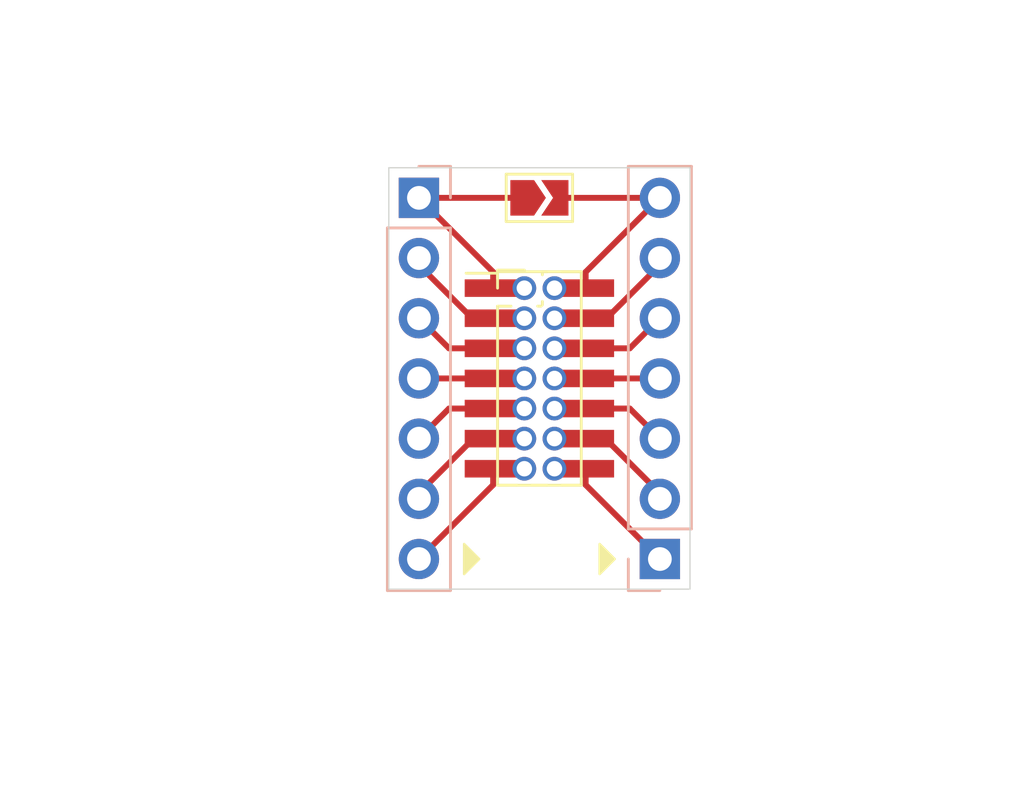
<source format=kicad_pcb>
(kicad_pcb (version 20171130) (host pcbnew "(5.1.8)-1")

  (general
    (thickness 1.6)
    (drawings 14)
    (tracks 45)
    (zones 0)
    (modules 5)
    (nets 16)
  )

  (page A4)
  (layers
    (0 F.Cu signal)
    (31 B.Cu signal)
    (32 B.Adhes user)
    (33 F.Adhes user)
    (34 B.Paste user)
    (35 F.Paste user)
    (36 B.SilkS user)
    (37 F.SilkS user)
    (38 B.Mask user)
    (39 F.Mask user)
    (40 Dwgs.User user)
    (41 Cmts.User user)
    (42 Eco1.User user)
    (43 Eco2.User user)
    (44 Edge.Cuts user)
    (45 Margin user)
    (46 B.CrtYd user)
    (47 F.CrtYd user)
    (48 B.Fab user)
    (49 F.Fab user)
  )

  (setup
    (last_trace_width 0.25)
    (trace_clearance 0.2)
    (zone_clearance 0.508)
    (zone_45_only no)
    (trace_min 0.2)
    (via_size 0.8)
    (via_drill 0.4)
    (via_min_size 0.4)
    (via_min_drill 0.3)
    (uvia_size 0.3)
    (uvia_drill 0.1)
    (uvias_allowed no)
    (uvia_min_size 0.2)
    (uvia_min_drill 0.1)
    (edge_width 0.05)
    (segment_width 0.2)
    (pcb_text_width 0.3)
    (pcb_text_size 1.5 1.5)
    (mod_edge_width 0.12)
    (mod_text_size 1 1)
    (mod_text_width 0.15)
    (pad_size 1 1)
    (pad_drill 0.65)
    (pad_to_mask_clearance 0)
    (aux_axis_origin 0 0)
    (visible_elements 7FFFFFFF)
    (pcbplotparams
      (layerselection 0x010fc_ffffffff)
      (usegerberextensions false)
      (usegerberattributes true)
      (usegerberadvancedattributes true)
      (creategerberjobfile true)
      (excludeedgelayer true)
      (linewidth 0.100000)
      (plotframeref false)
      (viasonmask false)
      (mode 1)
      (useauxorigin false)
      (hpglpennumber 1)
      (hpglpenspeed 20)
      (hpglpendiameter 15.000000)
      (psnegative false)
      (psa4output false)
      (plotreference true)
      (plotvalue true)
      (plotinvisibletext false)
      (padsonsilk false)
      (subtractmaskfromsilk false)
      (outputformat 1)
      (mirror false)
      (drillshape 1)
      (scaleselection 1)
      (outputdirectory ""))
  )

  (net 0 "")
  (net 1 TX)
  (net 2 RX)
  (net 3 NRST)
  (net 4 GND_detect)
  (net 5 JTDI_NC)
  (net 6 JRCLK_NC)
  (net 7 JTDO_SWO)
  (net 8 GND)
  (net 9 JCLK_SWDCLK)
  (net 10 JTMS_SWDIO)
  (net 11 Vref)
  (net 12 "Net-(J1-Pad2)")
  (net 13 "Net-(J1-Pad1)")
  (net 14 "Net-(J3-Pad1)")
  (net 15 "Net-(J4-Pad7)")

  (net_class Default "This is the default net class."
    (clearance 0.2)
    (trace_width 0.25)
    (via_dia 0.8)
    (via_drill 0.4)
    (uvia_dia 0.3)
    (uvia_drill 0.1)
    (add_net GND)
    (add_net GND_detect)
    (add_net JCLK_SWDCLK)
    (add_net JRCLK_NC)
    (add_net JTDI_NC)
    (add_net JTDO_SWO)
    (add_net JTMS_SWDIO)
    (add_net NRST)
    (add_net "Net-(J1-Pad1)")
    (add_net "Net-(J1-Pad2)")
    (add_net "Net-(J3-Pad1)")
    (add_net "Net-(J4-Pad7)")
    (add_net RX)
    (add_net TX)
    (add_net Vref)
  )

  (module Connector_PinHeader_2.54mm:PinHeader_1x07_P2.54mm_Vertical (layer B.Cu) (tedit 5FE1F7D1) (tstamp 5FE26BC8)
    (at 133.985 92.075)
    (descr "Through hole straight pin header, 1x07, 2.54mm pitch, single row")
    (tags "Through hole pin header THT 1x07 2.54mm single row")
    (path /5FE37377)
    (fp_text reference J4 (at 0 2.33) (layer B.SilkS) hide
      (effects (font (size 1 1) (thickness 0.15)) (justify mirror))
    )
    (fp_text value 2 (at 0 -17.57) (layer B.Fab)
      (effects (font (size 1 1) (thickness 0.15)) (justify mirror))
    )
    (fp_text user %R (at 0 -7.62 -90) (layer B.Fab)
      (effects (font (size 1 1) (thickness 0.15)) (justify mirror))
    )
    (fp_line (start -0.635 1.27) (end 1.27 1.27) (layer B.Fab) (width 0.1))
    (fp_line (start 1.27 1.27) (end 1.27 -16.51) (layer B.Fab) (width 0.1))
    (fp_line (start 1.27 -16.51) (end -1.27 -16.51) (layer B.Fab) (width 0.1))
    (fp_line (start -1.27 -16.51) (end -1.27 0.635) (layer B.Fab) (width 0.1))
    (fp_line (start -1.27 0.635) (end -0.635 1.27) (layer B.Fab) (width 0.1))
    (fp_line (start -1.33 -16.57) (end 1.33 -16.57) (layer B.SilkS) (width 0.12))
    (fp_line (start -1.33 -1.27) (end -1.33 -16.57) (layer B.SilkS) (width 0.12))
    (fp_line (start 1.33 -1.27) (end 1.33 -16.57) (layer B.SilkS) (width 0.12))
    (fp_line (start -1.33 -1.27) (end 1.33 -1.27) (layer B.SilkS) (width 0.12))
    (fp_line (start -1.33 0) (end -1.33 1.33) (layer B.SilkS) (width 0.12))
    (fp_line (start -1.33 1.33) (end 0 1.33) (layer B.SilkS) (width 0.12))
    (fp_line (start -1.8 1.8) (end -1.8 -17.05) (layer B.CrtYd) (width 0.05))
    (fp_line (start -1.8 -17.05) (end 1.8 -17.05) (layer B.CrtYd) (width 0.05))
    (fp_line (start 1.8 -17.05) (end 1.8 1.8) (layer B.CrtYd) (width 0.05))
    (fp_line (start 1.8 1.8) (end -1.8 1.8) (layer B.CrtYd) (width 0.05))
    (pad 7 thru_hole oval (at 0 -15.24) (size 1.7 1.7) (drill 1) (layers *.Cu *.Mask)
      (net 12 "Net-(J1-Pad2)"))
    (pad 6 thru_hole oval (at 0 -12.7) (size 1.7 1.7) (drill 1) (layers *.Cu *.Mask)
      (net 10 JTMS_SWDIO))
    (pad 5 thru_hole oval (at 0 -10.16) (size 1.7 1.7) (drill 1) (layers *.Cu *.Mask)
      (net 9 JCLK_SWDCLK))
    (pad 4 thru_hole oval (at 0 -7.62) (size 1.7 1.7) (drill 1) (layers *.Cu *.Mask)
      (net 7 JTDO_SWO))
    (pad 3 thru_hole oval (at 0 -5.08) (size 1.7 1.7) (drill 1) (layers *.Cu *.Mask)
      (net 5 JTDI_NC))
    (pad 2 thru_hole oval (at 0 -2.54) (size 1.7 1.7) (drill 1) (layers *.Cu *.Mask)
      (net 3 NRST))
    (pad 1 thru_hole rect (at 0 0) (size 1.7 1.7) (drill 1) (layers *.Cu *.Mask)
      (net 1 TX))
    (model ${KISYS3DMOD}/Connector_PinHeader_2.54mm.3dshapes/PinHeader_1x07_P2.54mm_Vertical.wrl
      (at (xyz 0 0 0))
      (scale (xyz 1 1 1))
      (rotate (xyz 0 0 0))
    )
  )

  (module Connector_PinHeader_2.54mm:PinHeader_1x07_P2.54mm_Vertical (layer B.Cu) (tedit 5FE1F7DA) (tstamp 5FE26BAD)
    (at 123.825 76.835 180)
    (descr "Through hole straight pin header, 1x07, 2.54mm pitch, single row")
    (tags "Through hole pin header THT 1x07 2.54mm single row")
    (path /5FE36E01)
    (fp_text reference J3 (at 0 2.33) (layer B.SilkS) hide
      (effects (font (size 1 1) (thickness 0.15)) (justify mirror))
    )
    (fp_text value 1 (at 0 -17.57) (layer B.Fab)
      (effects (font (size 1 1) (thickness 0.15)) (justify mirror))
    )
    (fp_text user %R (at 0 -7.62 270) (layer B.Fab)
      (effects (font (size 1 1) (thickness 0.15)) (justify mirror))
    )
    (fp_line (start -0.635 1.27) (end 1.27 1.27) (layer B.Fab) (width 0.1))
    (fp_line (start 1.27 1.27) (end 1.27 -16.51) (layer B.Fab) (width 0.1))
    (fp_line (start 1.27 -16.51) (end -1.27 -16.51) (layer B.Fab) (width 0.1))
    (fp_line (start -1.27 -16.51) (end -1.27 0.635) (layer B.Fab) (width 0.1))
    (fp_line (start -1.27 0.635) (end -0.635 1.27) (layer B.Fab) (width 0.1))
    (fp_line (start -1.33 -16.57) (end 1.33 -16.57) (layer B.SilkS) (width 0.12))
    (fp_line (start -1.33 -1.27) (end -1.33 -16.57) (layer B.SilkS) (width 0.12))
    (fp_line (start 1.33 -1.27) (end 1.33 -16.57) (layer B.SilkS) (width 0.12))
    (fp_line (start -1.33 -1.27) (end 1.33 -1.27) (layer B.SilkS) (width 0.12))
    (fp_line (start -1.33 0) (end -1.33 1.33) (layer B.SilkS) (width 0.12))
    (fp_line (start -1.33 1.33) (end 0 1.33) (layer B.SilkS) (width 0.12))
    (fp_line (start -1.8 1.8) (end -1.8 -17.05) (layer B.CrtYd) (width 0.05))
    (fp_line (start -1.8 -17.05) (end 1.8 -17.05) (layer B.CrtYd) (width 0.05))
    (fp_line (start 1.8 -17.05) (end 1.8 1.8) (layer B.CrtYd) (width 0.05))
    (fp_line (start 1.8 1.8) (end -1.8 1.8) (layer B.CrtYd) (width 0.05))
    (pad 7 thru_hole oval (at 0 -15.24 180) (size 1.7 1.7) (drill 1) (layers *.Cu *.Mask)
      (net 2 RX))
    (pad 6 thru_hole oval (at 0 -12.7 180) (size 1.7 1.7) (drill 1) (layers *.Cu *.Mask)
      (net 4 GND_detect))
    (pad 5 thru_hole oval (at 0 -10.16 180) (size 1.7 1.7) (drill 1) (layers *.Cu *.Mask)
      (net 6 JRCLK_NC))
    (pad 4 thru_hole oval (at 0 -7.62 180) (size 1.7 1.7) (drill 1) (layers *.Cu *.Mask)
      (net 8 GND))
    (pad 3 thru_hole oval (at 0 -5.08 180) (size 1.7 1.7) (drill 1) (layers *.Cu *.Mask)
      (net 8 GND))
    (pad 2 thru_hole oval (at 0 -2.54 180) (size 1.7 1.7) (drill 1) (layers *.Cu *.Mask)
      (net 11 Vref))
    (pad 1 thru_hole rect (at 0 0 180) (size 1.7 1.7) (drill 1) (layers *.Cu *.Mask)
      (net 13 "Net-(J1-Pad1)"))
    (model ${KISYS3DMOD}/Connector_PinHeader_2.54mm.3dshapes/PinHeader_1x07_P2.54mm_Vertical.wrl
      (at (xyz 0 0 0))
      (scale (xyz 1 1 1))
      (rotate (xyz 0 0 0))
    )
  )

  (module Jumper:SolderJumper-2_P1.3mm_Open_TrianglePad1.0x1.5mm (layer F.Cu) (tedit 5FE1F36A) (tstamp 5FE2591F)
    (at 128.905 76.835)
    (descr "SMD Solder Jumper, 1x1.5mm Triangular Pads, 0.3mm gap, open")
    (tags "solder jumper open")
    (path /5FE2B60A)
    (attr virtual)
    (fp_text reference JP1 (at 0 -1.8) (layer F.SilkS) hide
      (effects (font (size 1 1) (thickness 0.15)))
    )
    (fp_text value Reserved (at 0 1.9) (layer F.Fab)
      (effects (font (size 1 1) (thickness 0.15)))
    )
    (fp_line (start -1.4 1) (end -1.4 -1) (layer F.SilkS) (width 0.12))
    (fp_line (start 1.4 1) (end -1.4 1) (layer F.SilkS) (width 0.12))
    (fp_line (start 1.4 -1) (end 1.4 1) (layer F.SilkS) (width 0.12))
    (fp_line (start -1.4 -1) (end 1.4 -1) (layer F.SilkS) (width 0.12))
    (fp_line (start -1.65 -1.25) (end 1.65 -1.25) (layer F.CrtYd) (width 0.05))
    (fp_line (start -1.65 -1.25) (end -1.65 1.25) (layer F.CrtYd) (width 0.05))
    (fp_line (start 1.65 1.25) (end 1.65 -1.25) (layer F.CrtYd) (width 0.05))
    (fp_line (start 1.65 1.25) (end -1.65 1.25) (layer F.CrtYd) (width 0.05))
    (pad 1 smd custom (at -0.725 0) (size 0.3 0.3) (layers F.Cu F.Mask)
      (net 14 "Net-(J3-Pad1)") (zone_connect 2)
      (options (clearance outline) (anchor rect))
      (primitives
        (gr_poly (pts
           (xy -0.5 -0.75) (xy 0.5 -0.75) (xy 1 0) (xy 0.5 0.75) (xy -0.5 0.75)
) (width 0))
      ))
    (pad 2 smd custom (at 0.725 0) (size 0.3 0.3) (layers F.Cu F.Mask)
      (net 15 "Net-(J4-Pad7)") (zone_connect 2)
      (options (clearance outline) (anchor rect))
      (primitives
        (gr_poly (pts
           (xy -0.65 -0.75) (xy 0.5 -0.75) (xy 0.5 0.75) (xy -0.65 0.75) (xy -0.15 0)
) (width 0))
      ))
  )

  (module Connector_PinHeader_1.27mm:PinHeader_2x07_P1.27mm_Vertical (layer F.Cu) (tedit 5FE1F7F5) (tstamp 5FE24DE4)
    (at 128.27 80.645)
    (descr "Through hole straight pin header, 2x07, 1.27mm pitch, double rows")
    (tags "Through hole pin header THT 2x07 1.27mm double row")
    (path /5FE27470)
    (fp_text reference J2 (at 0.635 -1.695) (layer F.SilkS) hide
      (effects (font (size 1 1) (thickness 0.15)))
    )
    (fp_text value STDC14_THT (at 0.635 9.315) (layer F.Fab)
      (effects (font (size 1 1) (thickness 0.15)))
    )
    (fp_line (start 2.85 -1.15) (end -1.6 -1.15) (layer F.CrtYd) (width 0.05))
    (fp_line (start 2.85 8.8) (end 2.85 -1.15) (layer F.CrtYd) (width 0.05))
    (fp_line (start -1.6 8.8) (end 2.85 8.8) (layer F.CrtYd) (width 0.05))
    (fp_line (start -1.6 -1.15) (end -1.6 8.8) (layer F.CrtYd) (width 0.05))
    (fp_line (start -1.13 -0.76) (end 0 -0.76) (layer F.SilkS) (width 0.12))
    (fp_line (start -1.13 0) (end -1.13 -0.76) (layer F.SilkS) (width 0.12))
    (fp_line (start 1.57753 -0.695) (end 2.4 -0.695) (layer F.SilkS) (width 0.12))
    (fp_line (start 0.76 -0.695) (end 0.96247 -0.695) (layer F.SilkS) (width 0.12))
    (fp_line (start 0.76 -0.563471) (end 0.76 -0.695) (layer F.SilkS) (width 0.12))
    (fp_line (start 0.76 0.706529) (end 0.76 0.563471) (layer F.SilkS) (width 0.12))
    (fp_line (start 0.563471 0.76) (end 0.706529 0.76) (layer F.SilkS) (width 0.12))
    (fp_line (start -1.13 0.76) (end -0.563471 0.76) (layer F.SilkS) (width 0.12))
    (fp_line (start 2.4 -0.695) (end 2.4 8.315) (layer F.SilkS) (width 0.12))
    (fp_line (start -1.13 0.76) (end -1.13 8.315) (layer F.SilkS) (width 0.12))
    (fp_line (start 0.30753 8.315) (end 0.96247 8.315) (layer F.SilkS) (width 0.12))
    (fp_line (start 1.57753 8.315) (end 2.4 8.315) (layer F.SilkS) (width 0.12))
    (fp_line (start -1.13 8.315) (end -0.30753 8.315) (layer F.SilkS) (width 0.12))
    (fp_line (start -1.07 0.2175) (end -0.2175 -0.635) (layer F.Fab) (width 0.1))
    (fp_line (start -1.07 8.255) (end -1.07 0.2175) (layer F.Fab) (width 0.1))
    (fp_line (start 2.34 8.255) (end -1.07 8.255) (layer F.Fab) (width 0.1))
    (fp_line (start 2.34 -0.635) (end 2.34 8.255) (layer F.Fab) (width 0.1))
    (fp_line (start -0.2175 -0.635) (end 2.34 -0.635) (layer F.Fab) (width 0.1))
    (fp_text user %R (at 0.635 3.81 90) (layer F.Fab)
      (effects (font (size 1 1) (thickness 0.15)))
    )
    (pad 14 thru_hole oval (at 1.27 7.62) (size 1 1) (drill 0.65) (layers *.Cu *.Mask)
      (net 1 TX))
    (pad 13 thru_hole oval (at 0 7.62) (size 1 1) (drill 0.65) (layers *.Cu *.Mask)
      (net 2 RX))
    (pad 12 thru_hole oval (at 1.27 6.35) (size 1 1) (drill 0.65) (layers *.Cu *.Mask)
      (net 3 NRST))
    (pad 11 thru_hole oval (at 0 6.35) (size 1 1) (drill 0.65) (layers *.Cu *.Mask)
      (net 4 GND_detect))
    (pad 10 thru_hole oval (at 1.27 5.08) (size 1 1) (drill 0.65) (layers *.Cu *.Mask)
      (net 5 JTDI_NC))
    (pad 9 thru_hole oval (at 0 5.08) (size 1 1) (drill 0.65) (layers *.Cu *.Mask)
      (net 6 JRCLK_NC))
    (pad 8 thru_hole oval (at 1.27 3.81) (size 1 1) (drill 0.65) (layers *.Cu *.Mask)
      (net 7 JTDO_SWO))
    (pad 7 thru_hole oval (at 0 3.81) (size 1 1) (drill 0.65) (layers *.Cu *.Mask)
      (net 8 GND))
    (pad 6 thru_hole oval (at 1.27 2.54) (size 1 1) (drill 0.65) (layers *.Cu *.Mask)
      (net 9 JCLK_SWDCLK))
    (pad 5 thru_hole oval (at 0 2.54) (size 1 1) (drill 0.65) (layers *.Cu *.Mask)
      (net 8 GND))
    (pad 4 thru_hole oval (at 1.27 1.27) (size 1 1) (drill 0.65) (layers *.Cu *.Mask)
      (net 10 JTMS_SWDIO))
    (pad 3 thru_hole oval (at 0 1.27) (size 1 1) (drill 0.65) (layers *.Cu *.Mask)
      (net 11 Vref))
    (pad 2 thru_hole oval (at 1.27 0) (size 1 1) (drill 0.65) (layers *.Cu *.Mask)
      (net 12 "Net-(J1-Pad2)"))
    (pad 1 thru_hole circle (at 0 0) (size 1 1) (drill 0.65) (layers *.Cu *.Mask)
      (net 13 "Net-(J1-Pad1)"))
    (model ${KISYS3DMOD}/Connector_PinHeader_1.27mm.3dshapes/PinHeader_2x07_P1.27mm_Vertical.wrl
      (at (xyz 0 0 0))
      (scale (xyz 1 1 1))
      (rotate (xyz 0 0 0))
    )
  )

  (module Connector_PinHeader_1.27mm:PinHeader_2x07_P1.27mm_Vertical_SMD (layer F.Cu) (tedit 59FED6E3) (tstamp 5FE24DBB)
    (at 128.905 84.455)
    (descr "surface-mounted straight pin header, 2x07, 1.27mm pitch, double rows")
    (tags "Surface mounted pin header SMD 2x07 1.27mm double row")
    (path /5FE1EFCC)
    (attr smd)
    (fp_text reference J1 (at 0 -5.505) (layer F.SilkS) hide
      (effects (font (size 1 1) (thickness 0.15)))
    )
    (fp_text value STDC14_SMD (at 0 5.505) (layer F.Fab)
      (effects (font (size 1 1) (thickness 0.15)))
    )
    (fp_line (start 4.3 -4.95) (end -4.3 -4.95) (layer F.CrtYd) (width 0.05))
    (fp_line (start 4.3 4.95) (end 4.3 -4.95) (layer F.CrtYd) (width 0.05))
    (fp_line (start -4.3 4.95) (end 4.3 4.95) (layer F.CrtYd) (width 0.05))
    (fp_line (start -4.3 -4.95) (end -4.3 4.95) (layer F.CrtYd) (width 0.05))
    (fp_line (start 1.765 4.44) (end 1.765 4.505) (layer F.SilkS) (width 0.12))
    (fp_line (start -1.765 4.44) (end -1.765 4.505) (layer F.SilkS) (width 0.12))
    (fp_line (start 1.765 -4.505) (end 1.765 -4.44) (layer F.SilkS) (width 0.12))
    (fp_line (start -1.765 -4.505) (end -1.765 -4.44) (layer F.SilkS) (width 0.12))
    (fp_line (start -3.09 -4.44) (end -1.765 -4.44) (layer F.SilkS) (width 0.12))
    (fp_line (start -1.765 4.505) (end 1.765 4.505) (layer F.SilkS) (width 0.12))
    (fp_line (start -1.765 -4.505) (end 1.765 -4.505) (layer F.SilkS) (width 0.12))
    (fp_line (start 2.75 4.01) (end 1.705 4.01) (layer F.Fab) (width 0.1))
    (fp_line (start 2.75 3.61) (end 2.75 4.01) (layer F.Fab) (width 0.1))
    (fp_line (start 1.705 3.61) (end 2.75 3.61) (layer F.Fab) (width 0.1))
    (fp_line (start -2.75 4.01) (end -1.705 4.01) (layer F.Fab) (width 0.1))
    (fp_line (start -2.75 3.61) (end -2.75 4.01) (layer F.Fab) (width 0.1))
    (fp_line (start -1.705 3.61) (end -2.75 3.61) (layer F.Fab) (width 0.1))
    (fp_line (start 2.75 2.74) (end 1.705 2.74) (layer F.Fab) (width 0.1))
    (fp_line (start 2.75 2.34) (end 2.75 2.74) (layer F.Fab) (width 0.1))
    (fp_line (start 1.705 2.34) (end 2.75 2.34) (layer F.Fab) (width 0.1))
    (fp_line (start -2.75 2.74) (end -1.705 2.74) (layer F.Fab) (width 0.1))
    (fp_line (start -2.75 2.34) (end -2.75 2.74) (layer F.Fab) (width 0.1))
    (fp_line (start -1.705 2.34) (end -2.75 2.34) (layer F.Fab) (width 0.1))
    (fp_line (start 2.75 1.47) (end 1.705 1.47) (layer F.Fab) (width 0.1))
    (fp_line (start 2.75 1.07) (end 2.75 1.47) (layer F.Fab) (width 0.1))
    (fp_line (start 1.705 1.07) (end 2.75 1.07) (layer F.Fab) (width 0.1))
    (fp_line (start -2.75 1.47) (end -1.705 1.47) (layer F.Fab) (width 0.1))
    (fp_line (start -2.75 1.07) (end -2.75 1.47) (layer F.Fab) (width 0.1))
    (fp_line (start -1.705 1.07) (end -2.75 1.07) (layer F.Fab) (width 0.1))
    (fp_line (start 2.75 0.2) (end 1.705 0.2) (layer F.Fab) (width 0.1))
    (fp_line (start 2.75 -0.2) (end 2.75 0.2) (layer F.Fab) (width 0.1))
    (fp_line (start 1.705 -0.2) (end 2.75 -0.2) (layer F.Fab) (width 0.1))
    (fp_line (start -2.75 0.2) (end -1.705 0.2) (layer F.Fab) (width 0.1))
    (fp_line (start -2.75 -0.2) (end -2.75 0.2) (layer F.Fab) (width 0.1))
    (fp_line (start -1.705 -0.2) (end -2.75 -0.2) (layer F.Fab) (width 0.1))
    (fp_line (start 2.75 -1.07) (end 1.705 -1.07) (layer F.Fab) (width 0.1))
    (fp_line (start 2.75 -1.47) (end 2.75 -1.07) (layer F.Fab) (width 0.1))
    (fp_line (start 1.705 -1.47) (end 2.75 -1.47) (layer F.Fab) (width 0.1))
    (fp_line (start -2.75 -1.07) (end -1.705 -1.07) (layer F.Fab) (width 0.1))
    (fp_line (start -2.75 -1.47) (end -2.75 -1.07) (layer F.Fab) (width 0.1))
    (fp_line (start -1.705 -1.47) (end -2.75 -1.47) (layer F.Fab) (width 0.1))
    (fp_line (start 2.75 -2.34) (end 1.705 -2.34) (layer F.Fab) (width 0.1))
    (fp_line (start 2.75 -2.74) (end 2.75 -2.34) (layer F.Fab) (width 0.1))
    (fp_line (start 1.705 -2.74) (end 2.75 -2.74) (layer F.Fab) (width 0.1))
    (fp_line (start -2.75 -2.34) (end -1.705 -2.34) (layer F.Fab) (width 0.1))
    (fp_line (start -2.75 -2.74) (end -2.75 -2.34) (layer F.Fab) (width 0.1))
    (fp_line (start -1.705 -2.74) (end -2.75 -2.74) (layer F.Fab) (width 0.1))
    (fp_line (start 2.75 -3.61) (end 1.705 -3.61) (layer F.Fab) (width 0.1))
    (fp_line (start 2.75 -4.01) (end 2.75 -3.61) (layer F.Fab) (width 0.1))
    (fp_line (start 1.705 -4.01) (end 2.75 -4.01) (layer F.Fab) (width 0.1))
    (fp_line (start -2.75 -3.61) (end -1.705 -3.61) (layer F.Fab) (width 0.1))
    (fp_line (start -2.75 -4.01) (end -2.75 -3.61) (layer F.Fab) (width 0.1))
    (fp_line (start -1.705 -4.01) (end -2.75 -4.01) (layer F.Fab) (width 0.1))
    (fp_line (start 1.705 -4.445) (end 1.705 4.445) (layer F.Fab) (width 0.1))
    (fp_line (start -1.705 -4.01) (end -1.27 -4.445) (layer F.Fab) (width 0.1))
    (fp_line (start -1.705 4.445) (end -1.705 -4.01) (layer F.Fab) (width 0.1))
    (fp_line (start -1.27 -4.445) (end 1.705 -4.445) (layer F.Fab) (width 0.1))
    (fp_line (start 1.705 4.445) (end -1.705 4.445) (layer F.Fab) (width 0.1))
    (fp_text user %R (at 0 0 90) (layer F.Fab)
      (effects (font (size 1 1) (thickness 0.15)))
    )
    (pad 14 smd rect (at 1.95 3.81) (size 2.4 0.74) (layers F.Cu F.Paste F.Mask)
      (net 1 TX))
    (pad 13 smd rect (at -1.95 3.81) (size 2.4 0.74) (layers F.Cu F.Paste F.Mask)
      (net 2 RX))
    (pad 12 smd rect (at 1.95 2.54) (size 2.4 0.74) (layers F.Cu F.Paste F.Mask)
      (net 3 NRST))
    (pad 11 smd rect (at -1.95 2.54) (size 2.4 0.74) (layers F.Cu F.Paste F.Mask)
      (net 4 GND_detect))
    (pad 10 smd rect (at 1.95 1.27) (size 2.4 0.74) (layers F.Cu F.Paste F.Mask)
      (net 5 JTDI_NC))
    (pad 9 smd rect (at -1.95 1.27) (size 2.4 0.74) (layers F.Cu F.Paste F.Mask)
      (net 6 JRCLK_NC))
    (pad 8 smd rect (at 1.95 0) (size 2.4 0.74) (layers F.Cu F.Paste F.Mask)
      (net 7 JTDO_SWO))
    (pad 7 smd rect (at -1.95 0) (size 2.4 0.74) (layers F.Cu F.Paste F.Mask)
      (net 8 GND))
    (pad 6 smd rect (at 1.95 -1.27) (size 2.4 0.74) (layers F.Cu F.Paste F.Mask)
      (net 9 JCLK_SWDCLK))
    (pad 5 smd rect (at -1.95 -1.27) (size 2.4 0.74) (layers F.Cu F.Paste F.Mask)
      (net 8 GND))
    (pad 4 smd rect (at 1.95 -2.54) (size 2.4 0.74) (layers F.Cu F.Paste F.Mask)
      (net 10 JTMS_SWDIO))
    (pad 3 smd rect (at -1.95 -2.54) (size 2.4 0.74) (layers F.Cu F.Paste F.Mask)
      (net 11 Vref))
    (pad 2 smd rect (at 1.95 -3.81) (size 2.4 0.74) (layers F.Cu F.Paste F.Mask)
      (net 12 "Net-(J1-Pad2)"))
    (pad 1 smd rect (at -1.95 -3.81) (size 2.4 0.74) (layers F.Cu F.Paste F.Mask)
      (net 13 "Net-(J1-Pad1)"))
    (model ${KISYS3DMOD}/Connector_PinHeader_1.27mm.3dshapes/PinHeader_2x07_P1.27mm_Vertical_SMD.wrl
      (at (xyz 0 0 0))
      (scale (xyz 1 1 1))
      (rotate (xyz 0 0 0))
    )
  )

  (dimension 17.78 (width 0.15) (layer Dwgs.User)
    (gr_text "17.780 mm" (at 109.825 84.455 270) (layer Dwgs.User)
      (effects (font (size 1 1) (thickness 0.15)))
    )
    (feature1 (pts (xy 122.555 93.345) (xy 110.538579 93.345)))
    (feature2 (pts (xy 122.555 75.565) (xy 110.538579 75.565)))
    (crossbar (pts (xy 111.125 75.565) (xy 111.125 93.345)))
    (arrow1a (pts (xy 111.125 93.345) (xy 110.538579 92.218496)))
    (arrow1b (pts (xy 111.125 93.345) (xy 111.711421 92.218496)))
    (arrow2a (pts (xy 111.125 75.565) (xy 110.538579 76.691504)))
    (arrow2b (pts (xy 111.125 75.565) (xy 111.711421 76.691504)))
  )
  (dimension 12.7 (width 0.15) (layer Dwgs.User)
    (gr_text "12.700 mm" (at 128.905 69.185) (layer Dwgs.User)
      (effects (font (size 1 1) (thickness 0.15)))
    )
    (feature1 (pts (xy 135.255 75.565) (xy 135.255 69.898579)))
    (feature2 (pts (xy 122.555 75.565) (xy 122.555 69.898579)))
    (crossbar (pts (xy 122.555 70.485) (xy 135.255 70.485)))
    (arrow1a (pts (xy 135.255 70.485) (xy 134.128496 71.071421)))
    (arrow1b (pts (xy 135.255 70.485) (xy 134.128496 69.898579)))
    (arrow2a (pts (xy 122.555 70.485) (xy 123.681504 71.071421)))
    (arrow2b (pts (xy 122.555 70.485) (xy 123.681504 69.898579)))
  )
  (dimension 17.78 (width 0.15) (layer Dwgs.User)
    (gr_text "0.7000 in" (at 147.985 84.455 270) (layer Dwgs.User)
      (effects (font (size 1 1) (thickness 0.15)))
    )
    (feature1 (pts (xy 135.255 93.345) (xy 147.271421 93.345)))
    (feature2 (pts (xy 135.255 75.565) (xy 147.271421 75.565)))
    (crossbar (pts (xy 146.685 75.565) (xy 146.685 93.345)))
    (arrow1a (pts (xy 146.685 93.345) (xy 146.098579 92.218496)))
    (arrow1b (pts (xy 146.685 93.345) (xy 147.271421 92.218496)))
    (arrow2a (pts (xy 146.685 75.565) (xy 146.098579 76.691504)))
    (arrow2b (pts (xy 146.685 75.565) (xy 147.271421 76.691504)))
  )
  (dimension 12.7 (width 0.15) (layer Dwgs.User)
    (gr_text "0.5000 in" (at 128.905 102.265) (layer Dwgs.User)
      (effects (font (size 1 1) (thickness 0.15)))
    )
    (feature1 (pts (xy 135.255 93.345) (xy 135.255 101.551421)))
    (feature2 (pts (xy 122.555 93.345) (xy 122.555 101.551421)))
    (crossbar (pts (xy 122.555 100.965) (xy 135.255 100.965)))
    (arrow1a (pts (xy 135.255 100.965) (xy 134.128496 101.551421)))
    (arrow1b (pts (xy 135.255 100.965) (xy 134.128496 100.378579)))
    (arrow2a (pts (xy 122.555 100.965) (xy 123.681504 101.551421)))
    (arrow2b (pts (xy 122.555 100.965) (xy 123.681504 100.378579)))
  )
  (gr_line (start 122.555 93.345) (end 122.555 75.565) (layer Edge.Cuts) (width 0.05) (tstamp 5FE277A5))
  (gr_line (start 135.255 93.345) (end 122.555 93.345) (layer Edge.Cuts) (width 0.05))
  (gr_line (start 135.255 75.565) (end 135.255 93.345) (layer Edge.Cuts) (width 0.05))
  (gr_line (start 122.555 75.565) (end 135.255 75.565) (layer Edge.Cuts) (width 0.05))
  (gr_poly (pts (xy 132.08 92.075) (xy 131.445 92.71) (xy 131.445 91.44)) (layer F.SilkS) (width 0.1))
  (gr_poly (pts (xy 126.365 92.075) (xy 125.73 92.71) (xy 125.73 91.44)) (layer F.SilkS) (width 0.1))
  (dimension 10.16 (width 0.15) (layer Dwgs.User)
    (gr_text "0.4000 in" (at 128.905 99.725) (layer Dwgs.User)
      (effects (font (size 1 1) (thickness 0.15)))
    )
    (feature1 (pts (xy 133.985 92.075) (xy 133.985 99.011421)))
    (feature2 (pts (xy 123.825 92.075) (xy 123.825 99.011421)))
    (crossbar (pts (xy 123.825 98.425) (xy 133.985 98.425)))
    (arrow1a (pts (xy 133.985 98.425) (xy 132.858496 99.011421)))
    (arrow1b (pts (xy 133.985 98.425) (xy 132.858496 97.838579)))
    (arrow2a (pts (xy 123.825 98.425) (xy 124.951504 99.011421)))
    (arrow2b (pts (xy 123.825 98.425) (xy 124.951504 97.838579)))
  )
  (dimension 15.24 (width 0.15) (layer Dwgs.User)
    (gr_text "0.6000 in" (at 145.445 84.455 270) (layer Dwgs.User)
      (effects (font (size 1 1) (thickness 0.15)))
    )
    (feature1 (pts (xy 133.985 92.075) (xy 144.731421 92.075)))
    (feature2 (pts (xy 133.985 76.835) (xy 144.731421 76.835)))
    (crossbar (pts (xy 144.145 76.835) (xy 144.145 92.075)))
    (arrow1a (pts (xy 144.145 92.075) (xy 143.558579 90.948496)))
    (arrow1b (pts (xy 144.145 92.075) (xy 144.731421 90.948496)))
    (arrow2a (pts (xy 144.145 76.835) (xy 143.558579 77.961504)))
    (arrow2b (pts (xy 144.145 76.835) (xy 144.731421 77.961504)))
  )
  (dimension 15.24 (width 0.15) (layer Dwgs.User)
    (gr_text "15.240 mm" (at 112.365 84.455 270) (layer Dwgs.User)
      (effects (font (size 1 1) (thickness 0.15)))
    )
    (feature1 (pts (xy 123.825 92.075) (xy 113.078579 92.075)))
    (feature2 (pts (xy 123.825 76.835) (xy 113.078579 76.835)))
    (crossbar (pts (xy 113.665 76.835) (xy 113.665 92.075)))
    (arrow1a (pts (xy 113.665 92.075) (xy 113.078579 90.948496)))
    (arrow1b (pts (xy 113.665 92.075) (xy 114.251421 90.948496)))
    (arrow2a (pts (xy 113.665 76.835) (xy 113.078579 77.961504)))
    (arrow2b (pts (xy 113.665 76.835) (xy 114.251421 77.961504)))
  )
  (dimension 10.16 (width 0.15) (layer Dwgs.User)
    (gr_text "10.160 mm" (at 128.905 71.725) (layer Dwgs.User)
      (effects (font (size 1 1) (thickness 0.15)))
    )
    (feature1 (pts (xy 133.985 76.835) (xy 133.985 72.438579)))
    (feature2 (pts (xy 123.825 76.835) (xy 123.825 72.438579)))
    (crossbar (pts (xy 123.825 73.025) (xy 133.985 73.025)))
    (arrow1a (pts (xy 133.985 73.025) (xy 132.858496 73.611421)))
    (arrow1b (pts (xy 133.985 73.025) (xy 132.858496 72.438579)))
    (arrow2a (pts (xy 123.825 73.025) (xy 124.951504 73.611421)))
    (arrow2b (pts (xy 123.825 73.025) (xy 124.951504 72.438579)))
  )

  (segment (start 129.54 88.265) (end 130.855 88.265) (width 0.25) (layer F.Cu) (net 1))
  (segment (start 130.855 88.945) (end 130.855 88.265) (width 0.25) (layer F.Cu) (net 1))
  (segment (start 133.985 92.075) (end 130.855 88.945) (width 0.25) (layer F.Cu) (net 1))
  (segment (start 126.955 88.265) (end 128.27 88.265) (width 0.25) (layer F.Cu) (net 2))
  (segment (start 126.955 88.945) (end 126.955 88.265) (width 0.25) (layer F.Cu) (net 2))
  (segment (start 123.825 92.075) (end 126.955 88.945) (width 0.25) (layer F.Cu) (net 2))
  (segment (start 133.985 89.295) (end 133.985 89.535) (width 0.25) (layer F.Cu) (net 3))
  (segment (start 131.685 86.995) (end 133.985 89.295) (width 0.25) (layer F.Cu) (net 3))
  (segment (start 130.855 86.995) (end 131.685 86.995) (width 0.25) (layer F.Cu) (net 3))
  (segment (start 129.54 86.995) (end 130.855 86.995) (width 0.25) (layer F.Cu) (net 3))
  (segment (start 123.825 89.295) (end 123.825 89.535) (width 0.25) (layer F.Cu) (net 4))
  (segment (start 126.125 86.995) (end 123.825 89.295) (width 0.25) (layer F.Cu) (net 4))
  (segment (start 126.955 86.995) (end 126.125 86.995) (width 0.25) (layer F.Cu) (net 4))
  (segment (start 126.955 86.995) (end 128.27 86.995) (width 0.25) (layer F.Cu) (net 4))
  (segment (start 130.855 85.725) (end 129.54 85.725) (width 0.25) (layer F.Cu) (net 5))
  (segment (start 132.715 85.725) (end 133.985 86.995) (width 0.25) (layer F.Cu) (net 5))
  (segment (start 130.855 85.725) (end 132.715 85.725) (width 0.25) (layer F.Cu) (net 5))
  (segment (start 126.955 85.725) (end 128.27 85.725) (width 0.25) (layer F.Cu) (net 6))
  (segment (start 125.095 85.725) (end 123.825 86.995) (width 0.25) (layer F.Cu) (net 6))
  (segment (start 126.955 85.725) (end 125.095 85.725) (width 0.25) (layer F.Cu) (net 6))
  (segment (start 130.855 84.455) (end 133.985 84.455) (width 0.25) (layer F.Cu) (net 7))
  (segment (start 130.855 84.455) (end 129.54 84.455) (width 0.25) (layer F.Cu) (net 7))
  (segment (start 125.095 83.185) (end 123.825 81.915) (width 0.25) (layer F.Cu) (net 8))
  (segment (start 126.955 83.185) (end 125.095 83.185) (width 0.25) (layer F.Cu) (net 8))
  (segment (start 126.955 84.455) (end 123.825 84.455) (width 0.25) (layer F.Cu) (net 8))
  (segment (start 126.955 83.185) (end 128.27 83.185) (width 0.25) (layer F.Cu) (net 8))
  (segment (start 132.715 83.185) (end 133.985 81.915) (width 0.25) (layer F.Cu) (net 9))
  (segment (start 130.855 83.185) (end 132.715 83.185) (width 0.25) (layer F.Cu) (net 9))
  (segment (start 130.855 83.185) (end 129.54 83.185) (width 0.25) (layer F.Cu) (net 9))
  (segment (start 133.985 79.670002) (end 133.985 79.375) (width 0.25) (layer F.Cu) (net 10))
  (segment (start 131.740002 81.915) (end 133.985 79.670002) (width 0.25) (layer F.Cu) (net 10))
  (segment (start 130.855 81.915) (end 131.740002 81.915) (width 0.25) (layer F.Cu) (net 10))
  (segment (start 130.855 81.915) (end 129.54 81.915) (width 0.25) (layer F.Cu) (net 10))
  (segment (start 123.825 79.670002) (end 123.825 79.375) (width 0.25) (layer F.Cu) (net 11))
  (segment (start 126.069998 81.915) (end 123.825 79.670002) (width 0.25) (layer F.Cu) (net 11))
  (segment (start 126.955 81.915) (end 126.069998 81.915) (width 0.25) (layer F.Cu) (net 11))
  (segment (start 126.955 81.915) (end 128.27 81.915) (width 0.25) (layer F.Cu) (net 11))
  (segment (start 133.985 76.835) (end 129.63 76.835) (width 0.25) (layer F.Cu) (net 12))
  (segment (start 130.855 79.965) (end 130.855 80.645) (width 0.25) (layer F.Cu) (net 12))
  (segment (start 133.985 76.835) (end 130.855 79.965) (width 0.25) (layer F.Cu) (net 12))
  (segment (start 130.855 80.645) (end 129.54 80.645) (width 0.25) (layer F.Cu) (net 12))
  (segment (start 123.825 76.835) (end 128.18 76.835) (width 0.25) (layer F.Cu) (net 13))
  (segment (start 126.955 79.965) (end 123.825 76.835) (width 0.25) (layer F.Cu) (net 13))
  (segment (start 126.955 80.645) (end 126.955 79.965) (width 0.25) (layer F.Cu) (net 13))
  (segment (start 126.955 80.645) (end 128.27 80.645) (width 0.25) (layer F.Cu) (net 13))

)

</source>
